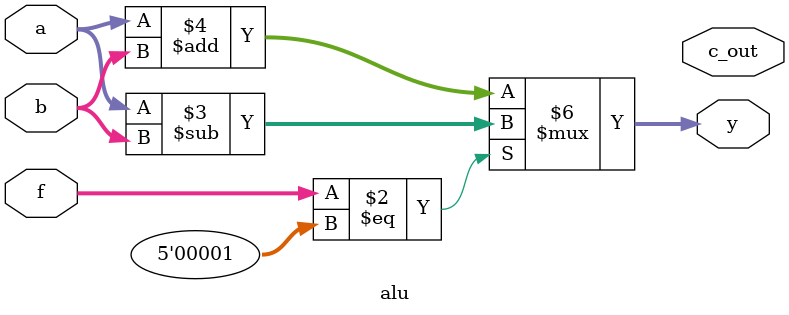
<source format=sv>
`timescale 1ns / 1ps


module alu(
    input logic [31:0]a, b,
    input logic [4:0] f,
    output logic [31:0]y,
    output logic c_out
    );
    logic [31:0] b_sel, sum;
    
    always_comb
    begin
        if(f == 5'b00001) y <= a - b;
        else y <= a + b;
    end
    
endmodule

</source>
